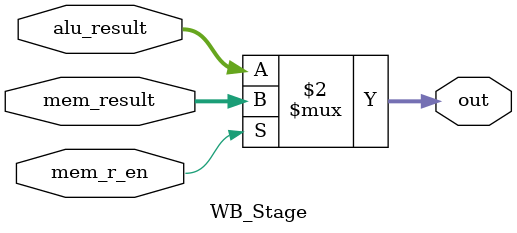
<source format=v>
module WB_Stage (
	input[31:0] alu_result, mem_result,
	input mem_r_en,

	output[31:0] out
);
	assign out = (mem_r_en == 0) ? alu_result : mem_result;
endmodule
</source>
